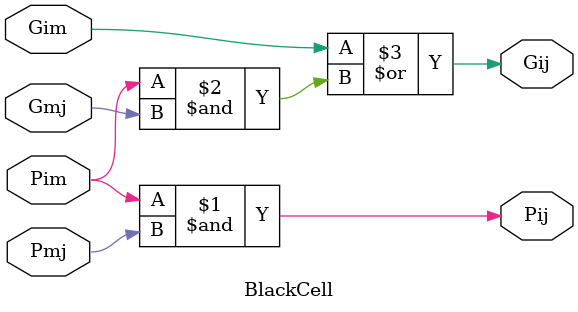
<source format=v>
module BlackCell(Pij, Gij, Pim, Gim, Pmj, Gmj);
	input Pim, Gim, Pmj, Gmj;
	output Pij, Gij;
	
	assign Pij = Pim & Pmj;
	assign Gij = Gim | (Pim & Gmj);
	// (P_i:j, G_i:j) = (P_i:m and P_m-1:j, G_i:m + P_i:m and G_m-1:j)
endmodule 
</source>
